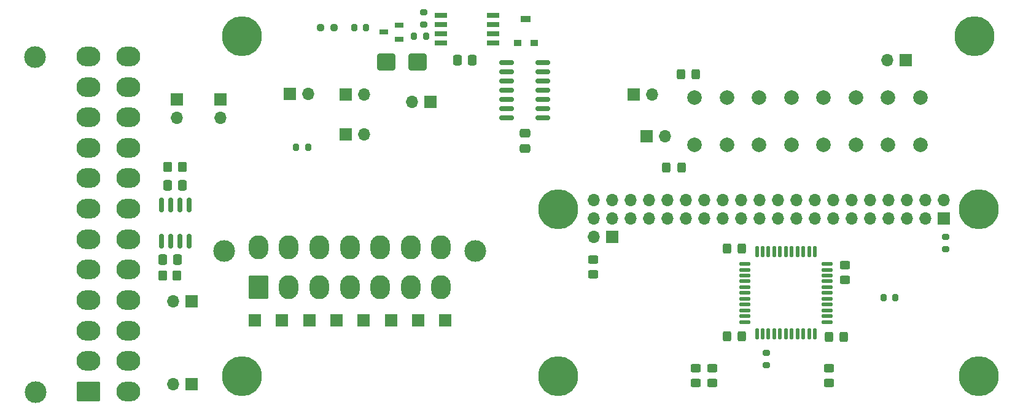
<source format=gbr>
%TF.GenerationSoftware,KiCad,Pcbnew,8.0.3*%
%TF.CreationDate,2024-11-03T20:58:56+01:00*%
%TF.ProjectId,Rev2_RGB2HDMI,52657632-5f52-4474-9232-48444d492e6b,rev?*%
%TF.SameCoordinates,Original*%
%TF.FileFunction,Soldermask,Bot*%
%TF.FilePolarity,Negative*%
%FSLAX46Y46*%
G04 Gerber Fmt 4.6, Leading zero omitted, Abs format (unit mm)*
G04 Created by KiCad (PCBNEW 8.0.3) date 2024-11-03 20:58:56*
%MOMM*%
%LPD*%
G01*
G04 APERTURE LIST*
G04 Aperture macros list*
%AMRoundRect*
0 Rectangle with rounded corners*
0 $1 Rounding radius*
0 $2 $3 $4 $5 $6 $7 $8 $9 X,Y pos of 4 corners*
0 Add a 4 corners polygon primitive as box body*
4,1,4,$2,$3,$4,$5,$6,$7,$8,$9,$2,$3,0*
0 Add four circle primitives for the rounded corners*
1,1,$1+$1,$2,$3*
1,1,$1+$1,$4,$5*
1,1,$1+$1,$6,$7*
1,1,$1+$1,$8,$9*
0 Add four rect primitives between the rounded corners*
20,1,$1+$1,$2,$3,$4,$5,0*
20,1,$1+$1,$4,$5,$6,$7,0*
20,1,$1+$1,$6,$7,$8,$9,0*
20,1,$1+$1,$8,$9,$2,$3,0*%
G04 Aperture macros list end*
%ADD10R,1.700000X1.700000*%
%ADD11O,1.700000X1.700000*%
%ADD12C,2.000000*%
%ADD13C,5.500000*%
%ADD14C,3.000000*%
%ADD15RoundRect,0.250001X1.399999X-1.099999X1.399999X1.099999X-1.399999X1.099999X-1.399999X-1.099999X0*%
%ADD16O,3.300000X2.700000*%
%ADD17RoundRect,0.200000X-0.200000X-0.275000X0.200000X-0.275000X0.200000X0.275000X-0.200000X0.275000X0*%
%ADD18RoundRect,0.250000X0.450000X-0.325000X0.450000X0.325000X-0.450000X0.325000X-0.450000X-0.325000X0*%
%ADD19RoundRect,0.250000X-0.325000X-0.450000X0.325000X-0.450000X0.325000X0.450000X-0.325000X0.450000X0*%
%ADD20R,1.100000X0.900000*%
%ADD21R,1.400000X0.900000*%
%ADD22R,1.750000X0.650000*%
%ADD23RoundRect,0.250000X-0.350000X-0.450000X0.350000X-0.450000X0.350000X0.450000X-0.350000X0.450000X0*%
%ADD24RoundRect,0.250000X-0.337500X-0.475000X0.337500X-0.475000X0.337500X0.475000X-0.337500X0.475000X0*%
%ADD25RoundRect,0.250000X-0.450000X0.325000X-0.450000X-0.325000X0.450000X-0.325000X0.450000X0.325000X0*%
%ADD26O,2.700000X3.300000*%
%ADD27RoundRect,0.250001X-1.099999X-1.399999X1.099999X-1.399999X1.099999X1.399999X-1.099999X1.399999X0*%
%ADD28RoundRect,0.150000X-0.825000X-0.150000X0.825000X-0.150000X0.825000X0.150000X-0.825000X0.150000X0*%
%ADD29RoundRect,0.237500X0.250000X0.237500X-0.250000X0.237500X-0.250000X-0.237500X0.250000X-0.237500X0*%
%ADD30RoundRect,0.250000X-1.000000X-0.900000X1.000000X-0.900000X1.000000X0.900000X-1.000000X0.900000X0*%
%ADD31RoundRect,0.137500X-0.600000X-0.137500X0.600000X-0.137500X0.600000X0.137500X-0.600000X0.137500X0*%
%ADD32RoundRect,0.137500X-0.137500X-0.600000X0.137500X-0.600000X0.137500X0.600000X-0.137500X0.600000X0*%
%ADD33RoundRect,0.200000X0.275000X-0.200000X0.275000X0.200000X-0.275000X0.200000X-0.275000X-0.200000X0*%
%ADD34RoundRect,0.200000X0.200000X0.275000X-0.200000X0.275000X-0.200000X-0.275000X0.200000X-0.275000X0*%
%ADD35RoundRect,0.150000X0.150000X-0.825000X0.150000X0.825000X-0.150000X0.825000X-0.150000X-0.825000X0*%
%ADD36R,1.250000X0.650000*%
%ADD37RoundRect,0.200000X-0.275000X0.200000X-0.275000X-0.200000X0.275000X-0.200000X0.275000X0.200000X0*%
%ADD38RoundRect,0.250000X0.325000X0.450000X-0.325000X0.450000X-0.325000X-0.450000X0.325000X-0.450000X0*%
%ADD39RoundRect,0.250000X0.475000X-0.337500X0.475000X0.337500X-0.475000X0.337500X-0.475000X-0.337500X0*%
G04 APERTURE END LIST*
D10*
%TO.C,P1*%
X206694475Y-71144091D03*
D11*
X206694475Y-68604091D03*
X204154475Y-71144091D03*
X204154475Y-68604091D03*
X201614475Y-71144091D03*
X201614475Y-68604091D03*
X199074475Y-71144091D03*
X199074475Y-68604091D03*
X196534475Y-71144091D03*
X196534475Y-68604091D03*
X193994475Y-71144091D03*
X193994475Y-68604091D03*
X191454475Y-71144091D03*
X191454475Y-68604091D03*
X188914475Y-71144091D03*
X188914475Y-68604091D03*
X186374475Y-71144091D03*
X186374475Y-68604091D03*
X183834475Y-71144091D03*
X183834475Y-68604091D03*
X181294475Y-71144091D03*
X181294475Y-68604091D03*
X178754475Y-71144091D03*
X178754475Y-68604091D03*
X176214475Y-71144091D03*
X176214475Y-68604091D03*
X173674475Y-71144091D03*
X173674475Y-68604091D03*
X171134475Y-71144091D03*
X171134475Y-68604091D03*
X168594475Y-71144091D03*
X168594475Y-68604091D03*
X166054475Y-71144091D03*
X166054475Y-68604091D03*
X163514475Y-71144091D03*
X163514475Y-68604091D03*
X160974475Y-71144091D03*
X160974475Y-68604091D03*
X158434475Y-71144091D03*
X158434475Y-68604091D03*
%TD*%
D10*
%TO.C,J10*%
X165750000Y-59750000D03*
D11*
X168290000Y-59750000D03*
%TD*%
D12*
%TO.C,SW2*%
X190138402Y-60962202D03*
X190138402Y-54462202D03*
X194638402Y-60962202D03*
X194638402Y-54462202D03*
%TD*%
%TO.C,SW4*%
X172358402Y-60962202D03*
X172358402Y-54462202D03*
X176858402Y-60962202D03*
X176858402Y-54462202D03*
%TD*%
D11*
%TO.C,J11*%
X100460000Y-94000000D03*
D10*
X103000000Y-94000000D03*
%TD*%
%TO.C,J6*%
X116540925Y-53913025D03*
D11*
X119080925Y-53913025D03*
%TD*%
D10*
%TO.C,J4*%
X124250000Y-53985025D03*
D11*
X126790000Y-53985025D03*
%TD*%
D10*
%TO.C,J9*%
X107000000Y-54725000D03*
D11*
X107000000Y-57265000D03*
%TD*%
D13*
%TO.C,H1*%
X153590000Y-92850000D03*
%TD*%
D12*
%TO.C,SW3*%
X181248402Y-60962202D03*
X181248402Y-54462202D03*
X185748402Y-60962202D03*
X185748402Y-54462202D03*
%TD*%
D14*
%TO.C,*%
X81459925Y-48865025D03*
%TD*%
D15*
%TO.C,J1*%
X88829925Y-94965025D03*
D16*
X88829925Y-90765025D03*
X88829925Y-86565025D03*
X88829925Y-82365025D03*
X88829925Y-78165025D03*
X88829925Y-73965025D03*
X88829925Y-69765025D03*
X88829925Y-65565025D03*
X88829925Y-61365025D03*
X88829925Y-57165025D03*
X88829925Y-52965025D03*
X88829925Y-48765025D03*
X94329925Y-94965025D03*
X94329925Y-90765025D03*
X94329925Y-86565025D03*
X94329925Y-82365025D03*
X94329925Y-78165025D03*
X94329925Y-73965025D03*
X94329925Y-69765025D03*
X94329925Y-65565025D03*
X94329925Y-61365025D03*
X94329925Y-57165025D03*
X94329925Y-52965025D03*
X94329925Y-48765025D03*
%TD*%
D13*
%TO.C,H1*%
X211590000Y-69850000D03*
%TD*%
D10*
%TO.C,J13*%
X103040000Y-82500000D03*
D11*
X100500000Y-82500000D03*
%TD*%
D10*
%TO.C,J8*%
X124225000Y-59500000D03*
D11*
X126765000Y-59500000D03*
%TD*%
D10*
%TO.C,P4*%
X160974475Y-73684091D03*
D11*
X158434475Y-73684091D03*
%TD*%
D13*
%TO.C,H1*%
X153590000Y-69850000D03*
%TD*%
D12*
%TO.C,SW1*%
X199028402Y-60962202D03*
X199028402Y-54462202D03*
X203528402Y-60962202D03*
X203528402Y-54462202D03*
%TD*%
D10*
%TO.C,J7*%
X164000000Y-54000000D03*
D11*
X166540000Y-54000000D03*
%TD*%
D10*
%TO.C,REF\u002A\u002A*%
X123000000Y-85197848D03*
%TD*%
%TO.C,REF\u002A\u002A*%
X130500000Y-85197848D03*
%TD*%
%TO.C,J3*%
X201525000Y-49250000D03*
D11*
X198985000Y-49250000D03*
%TD*%
D10*
%TO.C,REF\u002A\u002A*%
X126750000Y-85197848D03*
%TD*%
%TO.C,J12*%
X135975000Y-55000000D03*
D11*
X133435000Y-55000000D03*
%TD*%
D10*
%TO.C,REF\u002A\u002A*%
X111750000Y-85197848D03*
%TD*%
D14*
%TO.C,*%
X81485325Y-95093025D03*
%TD*%
D10*
%TO.C,REF\u002A\u002A*%
X134250000Y-85197848D03*
%TD*%
D13*
%TO.C,H1*%
X210959925Y-45985025D03*
%TD*%
%TO.C,H1*%
X109959925Y-45985025D03*
%TD*%
%TO.C,H1*%
X109959925Y-92850000D03*
%TD*%
D10*
%TO.C,REF\u002A\u002A*%
X119250000Y-85197848D03*
%TD*%
%TO.C,REF\u002A\u002A*%
X138000000Y-85197848D03*
%TD*%
D13*
%TO.C,H1*%
X211590000Y-92850000D03*
%TD*%
D10*
%TO.C,J5*%
X101000000Y-54725000D03*
D11*
X101000000Y-57265000D03*
%TD*%
D10*
%TO.C,REF\u002A\u002A*%
X115500000Y-85197848D03*
%TD*%
D17*
%TO.C,R10*%
X117425000Y-61250000D03*
X119075000Y-61250000D03*
%TD*%
D18*
%TO.C,R3*%
X172508925Y-93840025D03*
X172508925Y-91790025D03*
%TD*%
D19*
%TO.C,C1*%
X176817925Y-87354025D03*
X178867925Y-87354025D03*
%TD*%
D20*
%TO.C,VR1*%
X147950000Y-46900000D03*
D21*
X149100000Y-43600000D03*
D20*
X150250000Y-46900000D03*
%TD*%
D22*
%TO.C,U3*%
X144625000Y-43095000D03*
X144625000Y-44365000D03*
X144625000Y-45635000D03*
X144625000Y-46905000D03*
X137375000Y-46905000D03*
X137375000Y-45635000D03*
X137375000Y-44365000D03*
X137375000Y-43095000D03*
%TD*%
D19*
%TO.C,C4*%
X190889525Y-87481025D03*
X192939525Y-87481025D03*
%TD*%
D23*
%TO.C,R14*%
X99750000Y-64000000D03*
X101750000Y-64000000D03*
%TD*%
D24*
%TO.C,C7*%
X99712500Y-66500000D03*
X101787500Y-66500000D03*
%TD*%
D18*
%TO.C,R7*%
X158409265Y-78815925D03*
X158409265Y-76765925D03*
%TD*%
D25*
%TO.C,R1*%
X190893325Y-91755625D03*
X190893325Y-93805625D03*
%TD*%
D14*
%TO.C,J2*%
X107531552Y-75590000D03*
X142131552Y-75590000D03*
D26*
X137431552Y-80630000D03*
X133231552Y-80630000D03*
X129031552Y-80630000D03*
X124831552Y-80630000D03*
X120631552Y-80630000D03*
X116431552Y-80630000D03*
D27*
X112231552Y-80630000D03*
D26*
X137431552Y-75130000D03*
X133231552Y-75130000D03*
X129031552Y-75130000D03*
X124831552Y-75130000D03*
X120631552Y-75130000D03*
X116431552Y-75130000D03*
X112231552Y-75130000D03*
%TD*%
D28*
%TO.C,U2*%
X146476402Y-57212202D03*
X146476402Y-55942202D03*
X146476402Y-54672202D03*
X146476402Y-53402202D03*
X146476402Y-52132202D03*
X146476402Y-50862202D03*
X146476402Y-49592202D03*
X151426402Y-49592202D03*
X151426402Y-50862202D03*
X151426402Y-52132202D03*
X151426402Y-53402202D03*
X151426402Y-54672202D03*
X151426402Y-55942202D03*
X151426402Y-57212202D03*
%TD*%
D24*
%TO.C,C8*%
X99000000Y-76750000D03*
X101075000Y-76750000D03*
%TD*%
%TO.C,C6*%
X139675000Y-49250000D03*
X141750000Y-49250000D03*
%TD*%
D19*
%TO.C,R4*%
X170475000Y-51250000D03*
X172525000Y-51250000D03*
%TD*%
D29*
%TO.C,TH1*%
X122662500Y-44800000D03*
X120837500Y-44800000D03*
%TD*%
D30*
%TO.C,D3*%
X129850000Y-49500000D03*
X134150000Y-49500000D03*
%TD*%
D17*
%TO.C,R12*%
X125425000Y-44800000D03*
X127075000Y-44800000D03*
%TD*%
D31*
%TO.C,U1*%
X179292425Y-85385025D03*
X179292425Y-84585025D03*
X179292425Y-83785025D03*
X179292425Y-82985025D03*
X179292425Y-82185025D03*
X179292425Y-81385025D03*
X179292425Y-80585025D03*
X179292425Y-79785025D03*
X179292425Y-78985025D03*
X179292425Y-78185025D03*
X179292425Y-77385025D03*
D32*
X180954925Y-75722525D03*
X181754925Y-75722525D03*
X182554925Y-75722525D03*
X183354925Y-75722525D03*
X184154925Y-75722525D03*
X184954925Y-75722525D03*
X185754925Y-75722525D03*
X186554925Y-75722525D03*
X187354925Y-75722525D03*
X188154925Y-75722525D03*
X188954925Y-75722525D03*
D31*
X190617425Y-77385025D03*
X190617425Y-78185025D03*
X190617425Y-78985025D03*
X190617425Y-79785025D03*
X190617425Y-80585025D03*
X190617425Y-81385025D03*
X190617425Y-82185025D03*
X190617425Y-82985025D03*
X190617425Y-83785025D03*
X190617425Y-84585025D03*
X190617425Y-85385025D03*
D32*
X188954925Y-87047525D03*
X188154925Y-87047525D03*
X187354925Y-87047525D03*
X186554925Y-87047525D03*
X185754925Y-87047525D03*
X184954925Y-87047525D03*
X184154925Y-87047525D03*
X183354925Y-87047525D03*
X182554925Y-87047525D03*
X181754925Y-87047525D03*
X180954925Y-87047525D03*
%TD*%
D18*
%TO.C,R2*%
X174782225Y-93840025D03*
X174782225Y-91790025D03*
%TD*%
D33*
%TO.C,R8*%
X182250000Y-91325000D03*
X182250000Y-89675000D03*
%TD*%
D23*
%TO.C,R15*%
X99000000Y-79000000D03*
X101000000Y-79000000D03*
%TD*%
D34*
%TO.C,R11*%
X135325000Y-46000000D03*
X133675000Y-46000000D03*
%TD*%
D35*
%TO.C,U4*%
X102655000Y-74225000D03*
X101385000Y-74225000D03*
X100115000Y-74225000D03*
X98845000Y-74225000D03*
X98845000Y-69275000D03*
X100115000Y-69275000D03*
X101385000Y-69275000D03*
X102655000Y-69275000D03*
%TD*%
D33*
%TO.C,R9*%
X207000000Y-75325000D03*
X207000000Y-73675000D03*
%TD*%
D19*
%TO.C,R5*%
X168503402Y-64062202D03*
X170553402Y-64062202D03*
%TD*%
D36*
%TO.C,Q1*%
X131650000Y-44450000D03*
X131650000Y-46350000D03*
X129550000Y-45400000D03*
%TD*%
D18*
%TO.C,C2*%
X193082925Y-79616025D03*
X193082925Y-77566025D03*
%TD*%
D37*
%TO.C,R13*%
X135000000Y-42675000D03*
X135000000Y-44325000D03*
%TD*%
D17*
%TO.C,R6*%
X198425000Y-82000000D03*
X200075000Y-82000000D03*
%TD*%
D38*
%TO.C,C3*%
X178867925Y-75289025D03*
X176817925Y-75289025D03*
%TD*%
D39*
%TO.C,C5*%
X148951402Y-61439702D03*
X148951402Y-59364702D03*
%TD*%
M02*

</source>
